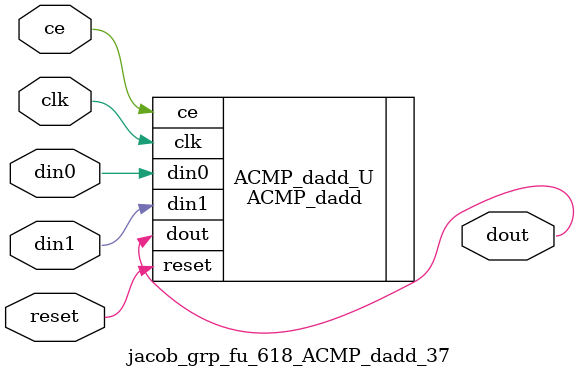
<source format=v>

`timescale 1 ns / 1 ps
module jacob_grp_fu_618_ACMP_dadd_37(
    clk,
    reset,
    ce,
    din0,
    din1,
    dout);

parameter ID = 32'd1;
parameter NUM_STAGE = 32'd1;
parameter din0_WIDTH = 32'd1;
parameter din1_WIDTH = 32'd1;
parameter dout_WIDTH = 32'd1;
input clk;
input reset;
input ce;
input[din0_WIDTH - 1:0] din0;
input[din1_WIDTH - 1:0] din1;
output[dout_WIDTH - 1:0] dout;



ACMP_dadd #(
.ID( ID ),
.NUM_STAGE( 6 ),
.din0_WIDTH( din0_WIDTH ),
.din1_WIDTH( din1_WIDTH ),
.dout_WIDTH( dout_WIDTH ))
ACMP_dadd_U(
    .clk( clk ),
    .reset( reset ),
    .ce( ce ),
    .din0( din0 ),
    .din1( din1 ),
    .dout( dout ));

endmodule

</source>
